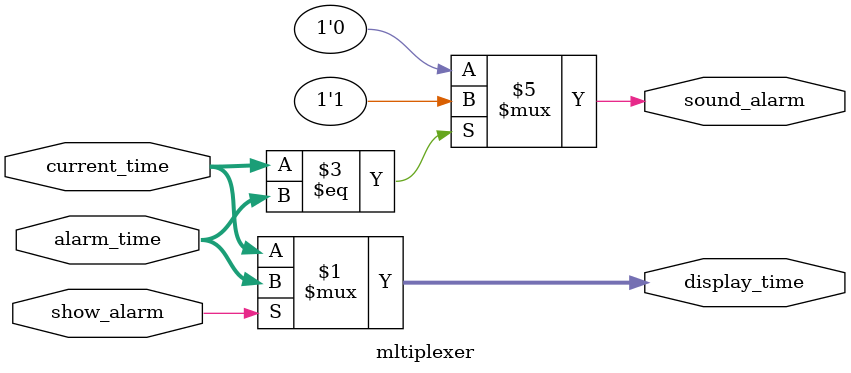
<source format=v>
/* Objective: To display the alarm time and to sound an alarm
 * 1. Output "display_time" will represent the value of "alarm_time" when 
 *     "show_a" is 1 and "current_time" when "show_a" is 0
 * 2. To represent one digit of the alarm clock use four bit data bus
 * 3. Use wire and 4-bit vector to represent data
 * 4. Use rather logical expression or simple if else statement
 * 5. To sound an alarm when both the "current_time" is same as "alarm_time"
 * 6. Use a register for a variable that is used within procedure
 */
module mltiplexer(display_time, sound_alarm, alarm_time, current_time, show_alarm);
output [15:0] display_time;
output sound_alarm;
input [15:0] alarm_time, current_time; 
input show_alarm;
reg sound_alarm;

assign display_time = (show_alarm) ? alarm_time : current_time;

always@(current_time or alarm_time)
begin
	if(current_time == alarm_time)
		sound_alarm = 1'b1;
	else
		sound_alarm = 1'b0; 
end
endmodule

</source>
